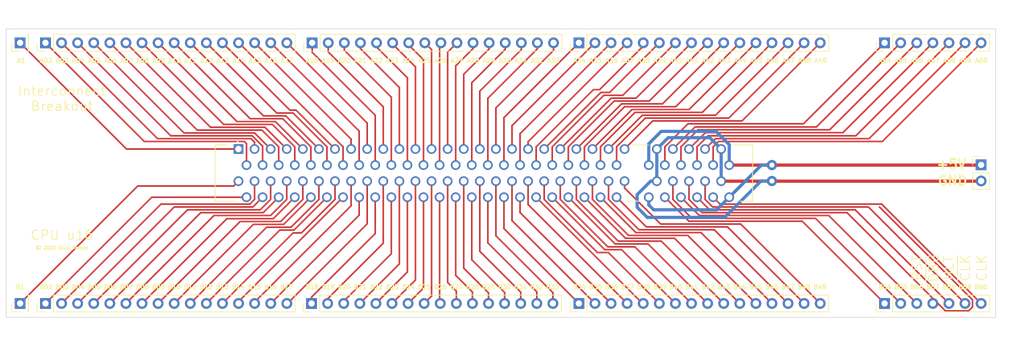
<source format=kicad_pcb>
(kicad_pcb (version 20211014) (generator pcbnew)
  (layers (0 "F.Cu" signal) (31 "B.Cu" signal) (34 "B.Paste" user) (35 "F.Paste" user) (36 "B.SilkS" user "B.Silkscreen") (37 "F.SilkS" user "F.Silkscreen") (38 "B.Mask" user) (39 "F.Mask" user) (44 "Edge.Cuts" user))
  (net 0 "")
  (net 1 "+5V")
  (net 2 "GND")
  (net 3 "/B40")
  (net 4 "/B39")
  (net 5 "/B38")
  (net 6 "/B37")
  (net 7 "/B36")
  (net 8 "/B35")
  (net 9 "/B34")
  (net 10 "/B33")
  (net 11 "/B32")
  (net 12 "/B31")
  (net 13 "/B30")
  (net 14 "/B29")
  (net 15 "/B28")
  (net 16 "/B27")
  (net 17 "/B26")
  (net 18 "/B25")
  (net 19 "/B24")
  (net 20 "/B23")
  (net 21 "/B22")
  (net 22 "/B21")
  (net 23 "/B20")
  (net 24 "/B19")
  (net 25 "/B18")
  (net 26 "/B17")
  (net 27 "/B16")
  (net 28 "/B15")
  (net 29 "/B14")
  (net 30 "/B13")
  (net 31 "/B12")
  (net 32 "/B11")
  (net 33 "/B10")
  (net 34 "/B9")
  (net 35 "/B8")
  (net 36 "/B7")
  (net 37 "/B6")
  (net 38 "/B5")
  (net 39 "/B4")
  (net 40 "/B3")
  (net 41 "/B2")
  (net 42 "/B1")
  (net 43 "/A1")
  (net 44 "/A2")
  (net 45 "/A3")
  (net 46 "/A4")
  (net 47 "/A5")
  (net 48 "/A6")
  (net 49 "/A7")
  (net 50 "/A8")
  (net 51 "/A9")
  (net 52 "/A10")
  (net 53 "/A11")
  (net 54 "/A12")
  (net 55 "/A13")
  (net 56 "/A14")
  (net 57 "/A15")
  (net 58 "/A16")
  (net 59 "/A17")
  (net 60 "/A18")
  (net 61 "/A19")
  (net 62 "/A20")
  (net 63 "/A21")
  (net 64 "/A22")
  (net 65 "/A23")
  (net 66 "/A24")
  (net 67 "/A25")
  (net 68 "/A26")
  (net 69 "/A27")
  (net 70 "/A28")
  (net 71 "/A29")
  (net 72 "/A30")
  (net 73 "/A31")
  (net 74 "/A32")
  (net 75 "/A33")
  (net 76 "/A34")
  (net 77 "/A35")
  (net 78 "/A36")
  (net 79 "/A37")
  (net 80 "/A38")
  (net 81 "/A39")
  (net 82 "/A40")
  (net 83 "/B41")
  (net 84 "/B42")
  (net 85 "/B43")
  (net 86 "/B44")
  (net 87 "/B45")
  (net 88 "/B46")
  (net 89 "/B47")
  (net 90 "/B48")
  (net 91 "/B49")
  (net 92 "/B54")
  (net 93 "/B55")
  (net 94 "/RST")
  (net 95 "/DBG")
  (net 96 "/HLT")
  (net 97 "/~{CLK}")
  (net 98 "/CLK")
  (net 99 "/A41")
  (net 100 "/A42")
  (net 101 "/A43")
  (net 102 "/A44")
  (net 103 "/A45")
  (net 104 "/A46")
  (net 105 "/A47")
  (net 106 "/A48")
  (net 107 "/A49")
  (net 108 "/A54")
  (net 109 "/A55")
  (net 110 "/A56")
  (net 111 "/A57")
  (net 112 "/A58")
  (net 113 "/A59")
  (net 114 "/A60")
  (footprint "Connector_PinHeader_2.54mm:PinHeader_1x07_P2.54mm_Vertical" (layer "F.Cu") (at 211.86 117.4 90)
    (fp_text reference "J11")
    (fp_text value "Conn_01x07_Male")
  )
  (footprint "Connector_PinHeader_2.54mm:PinHeader_1x02_P2.54mm_Vertical" (layer "F.Cu") (at 227.1 95.5)
    (fp_text reference "J3")
    (fp_text value "Conn_01x02_Male")
  )
  (footprint "Connector_PinHeader_2.54mm:PinHeader_1x07_P2.54mm_Vertical" (layer "F.Cu") (at 211.86 76.2 90)
    (fp_text reference "J12")
    (fp_text value "Conn_01x07_Male")
  )
  (footprint "Connector_PinHeader_2.54mm:PinHeader_1x01_P2.54mm_Vertical" (layer "F.Cu") (at 75.4 117.4 90)
    (fp_text reference "J1")
    (fp_text value "Conn_01x01_Male")
  )
  (footprint "Connector_PinHeader_2.54mm:PinHeader_1x01_P2.54mm_Vertical" (layer "F.Cu") (at 75.4 76.2 90)
    (fp_text reference "J2")
    (fp_text value "Conn_01x01_Male")
  )
  (footprint "Connector_PinHeader_2.54mm:PinHeader_1x16_P2.54mm_Vertical" (layer "F.Cu") (at 79.4 117.4 90)
    (fp_text reference "J4")
    (fp_text value "Conn_01x16_Male")
  )
  (footprint "Connector_PinHeader_2.54mm:PinHeader_1x16_P2.54mm_Vertical" (layer "F.Cu") (at 121.4 117.4 90)
    (fp_text reference "J6")
    (fp_text value "Conn_01x16_Male")
  )
  (footprint "Connector_PinHeader_2.54mm:PinHeader_1x16_P2.54mm_Vertical" (layer "F.Cu") (at 121.5 76.2 90)
    (fp_text reference "J7")
    (fp_text value "Conn_01x16_Male")
  )
  (footprint "Connector_PinHeader_2.54mm:PinHeader_1x16_P2.54mm_Vertical" (layer "F.Cu") (at 163.6 117.4 90)
    (fp_text reference "J9")
    (fp_text value "Conn_01x16_Male")
  )
  (footprint "Connector_PinHeader_2.54mm:PinHeader_1x16_P2.54mm_Vertical" (layer "F.Cu") (at 163.6 76.2 90)
    (fp_text reference "J10")
    (fp_text value "Conn_01x16_Male")
  )
  (footprint "Connector_PinHeader_2.54mm:PinHeader_1x16_P2.54mm_Vertical" (layer "F.Cu") (at 79.4 76.2 90)
    (fp_text reference "J5")
    (fp_text value "Conn_01x16_Male")
  )
  (footprint "TE-PCI-32bit:TE_1-5145154-2" (layer "F.Cu") (at 148.6 96.8 180)
    (fp_text reference "J8")
    (fp_text value "Bus_PCI_32bit_5V")
  )
  (gr_line (start 73.2 119.6) (end 73.2 74) (layer "Edge.Cuts") (width 0.1))
  (gr_line (start 229.4 74) (end 229.4 119.6) (layer "Edge.Cuts") (width 0.1))
  (gr_line (start 73.2 74) (end 229.4 74) (layer "Edge.Cuts") (width 0.1))
  (gr_line (start 229.4 119.6) (end 73.2 119.6) (layer "Edge.Cuts") (width 0.1))
  (gr_text "A1" (at 74.8 79) (layer "F.SilkS") (effects (font (size 0.74 0.74)) (justify left)))
  (gr_text "A18 A19 A20 A21 A22 A23 A24 A25 A26 A27 A28 A29 A30 A31 A32 A33" (at 120.4 79) (layer "F.SilkS") (effects (font (size 0.72 0.72)) (justify left)))
  (gr_text "A02 A03 A04 A05 A06 A07 A08 A09 A10 A11 A12 A13 A14 A15 A16 A17" (at 78.4 79) (layer "F.SilkS") (effects (font (size 0.72 0.72)) (justify left)))
  (gr_text "A34 A35 A36 A37 A38 A39 A40 A41 A42 A43 A44 A45 A46 A47 A48 A49" (at 162.6 79) (layer "F.SilkS") (effects (font (size 0.72 0.72)) (justify left)))
  (gr_text "A54 A55 A56 A57 A58 A59 A60" (at 210.8 79) (layer "F.SilkS") (effects (font (size 0.72 0.72)) (justify left)))
  (gr_text "B54 B55 B56 B57 B58 B59 B60" (at 210.8 114.8) (layer "F.SilkS") (effects (font (size 0.72 0.69)) (justify left)))
  (gr_text "B02 B03 B04 B05 B06 B07 B08 B09 B10 B11 B12 B13 B14 B15 B16 B17" (at 78.4 114.8) (layer "F.SilkS") (effects (font (size 0.72 0.69)) (justify left)))
  (gr_text "B1" (at 74.6 114.8) (layer "F.SilkS") (effects (font (size 0.74 0.69)) (justify left)))
  (gr_text "CLK" (at 227.2 111.8 90) (layer "F.SilkS") (effects (font (size 1.5 1.5))))
  (gr_text "RST" (at 217 111.8 90) (layer "F.SilkS") (effects (font (size 1.5 1.5))))
  (gr_text "~{DBG}" (at 219.6 111.8 90) (layer "F.SilkS") (effects (font (size 1.5 1.5))))
  (gr_text "~{CLK}" (at 224.6 111.8 90) (layer "F.SilkS") (effects (font (size 1.5 1.5))))
  (gr_text "HLT" (at 222 111.8 90) (layer "F.SilkS") (effects (font (size 1.5 1.5))))
  (gr_text "B18 B19 B20 B21 B22 B23 B24 B25 B26 B27 B28 B29 B30 B31 B32 B33" (at 120.4 114.8) (layer "F.SilkS") (effects (font (size 0.72 0.69)) (justify left)))
  (gr_text "GND" (at 222.6 98) (layer "F.SilkS") (effects (font (size 1.5 1.5) (thickness 0.3))))
  (gr_text "Interconnect\nBreakout" (at 82 85) (layer "F.SilkS") (effects (font (size 1.5 1.5))))
  (gr_text "© 2020 Chad Rempp" (at 82 108.6) (layer "F.SilkS") (effects (font (size 0.5 0.5) (thickness 0.125))))
  (gr_text "+5V" (at 222.4 95.4) (layer "F.SilkS") (effects (font (size 1.5 1.5) (thickness 0.3))))
  (gr_text "B34 B35 B36 B37 B38 B39 B40 B41 B42 B43 B44 B45 B46 B47 B48 B49" (at 162.6 114.8) (layer "F.SilkS") (effects (font (size 0.72 0.69)) (justify left)))
  (gr_text "CPU u16" (at 82 106.6) (layer "F.SilkS") (effects (font (size 1.5 1.5))))
  (segment (start 194.07 95.53) (end 227.07 95.53) (width 0.5) (layer "F.Cu") (net 1))
  (segment (start 227.07 95.53) (end 227.1 95.5) (width 0.5) (layer "F.Cu") (net 1))
  (segment (start 187.335 95.53) (end 194.07 95.53) (width 0.5) (layer "F.Cu") (net 1))
  (via (at 194.07 95.53) (size 1.6) (drill 0.8) (layers "F.Cu" "B.Cu") (net 1))
  (segment (start 174.635 95.53) (end 174.635 92.165) (width 0.5) (layer "B.Cu") (net 1))
  (segment (start 192.415 95.53) (end 194.07 95.53) (width 0.5) (layer "B.Cu") (net 1))
  (segment (start 174.635 100.61) (end 174.635 101.835) (width 0.5) (layer "B.Cu") (net 1))
  (segment (start 175.4 102.6) (end 185.345 102.6) (width 0.5) (layer "B.Cu") (net 1))
  (segment (start 187.335 100.61) (end 192.415 95.53) (width 0.5) (layer "B.Cu") (net 1))
  (segment (start 176.6 90.2) (end 185.236601 90.2) (width 0.5) (layer "B.Cu") (net 1))
  (segment (start 174.635 101.835) (end 175.4 102.6) (width 0.5) (layer "B.Cu") (net 1))
  (segment (start 185.345 102.6) (end 187.335 100.61) (width 0.5) (layer "B.Cu") (net 1))
  (segment (start 187.335 92.298399) (end 187.335 95.53) (width 0.5) (layer "B.Cu") (net 1))
  (segment (start 174.635 92.165) (end 176.6 90.2) (width 0.5) (layer "B.Cu") (net 1))
  (segment (start 185.236601 90.2) (end 187.335 92.298399) (width 0.5) (layer "B.Cu") (net 1))
  (segment (start 194.13 98.07) (end 227.07 98.07) (width 0.5) (layer "F.Cu") (net 2))
  (segment (start 186.065 98.07) (end 194.13 98.07) (width 0.5) (layer "F.Cu") (net 2))
  (segment (start 227.07 98.07) (end 227.1 98.04) (width 0.5) (layer "F.Cu") (net 2))
  (via (at 194.07 98.05) (size 1.6) (drill 0.8) (layers "F.Cu" "B.Cu") (net 2))
  (segment (start 174.93 98.07) (end 172.8 100.2) (width 0.5) (layer "B.Cu") (net 2))
  (segment (start 177.695 91.2) (end 184.275 91.2) (width 0.5) (layer "B.Cu") (net 2))
  (segment (start 186.065 92.99) (end 186.065 98.07) (width 0.5) (layer "B.Cu") (net 2))
  (segment (start 175.905 98.07) (end 174.93 98.07) (width 0.5) (layer "B.Cu") (net 2))
  (segment (start 174.4 103.8) (end 186.6 103.8) (width 0.5) (layer "B.Cu") (net 2))
  (segment (start 186.6 103.8) (end 192.35 98.05) (width 0.5) (layer "B.Cu") (net 2))
  (segment (start 172.8 102.2) (end 174.4 103.8) (width 0.5) (layer "B.Cu") (net 2))
  (segment (start 175.905 92.99) (end 175.905 98.07) (width 0.5) (layer "B.Cu") (net 2))
  (segment (start 172.8 100.2) (end 172.8 102.2) (width 0.5) (layer "B.Cu") (net 2))
  (segment (start 175.905 92.99) (end 177.695 91.2) (width 0.5) (layer "B.Cu") (net 2))
  (segment (start 192.35 98.05) (end 194.07 98.05) (width 0.5) (layer "B.Cu") (net 2))
  (segment (start 184.275 91.2) (end 186.065 92.99) (width 0.5) (layer "B.Cu") (net 2))
  (segment (start 167.685161 108.900161) (end 170.340161 108.900161) (width 0.25) (layer "F.Cu") (net 3))
  (segment (start 170.340161 108.900161) (end 178.84 117.4) (width 0.25) (layer "F.Cu") (net 3))
  (segment (start 159.395 100.61) (end 167.685161 108.900161) (width 0.25) (layer "F.Cu") (net 3))
  (segment (start 166.521969 109.350171) (end 168.250171 109.350171) (width 0.25) (layer "F.Cu") (net 4))
  (segment (start 158.125 98.07) (end 158.125 100.953202) (width 0.25) (layer "F.Cu") (net 4))
  (segment (start 158.125 100.953202) (end 166.521969 109.350171) (width 0.25) (layer "F.Cu") (net 4))
  (segment (start 168.250171 109.350171) (end 176.3 117.4) (width 0.25) (layer "F.Cu") (net 4))
  (segment (start 173.645 117.4) (end 173.76 117.4) (width 0.25) (layer "F.Cu") (net 5))
  (segment (start 156.855 100.61) (end 173.645 117.4) (width 0.25) (layer "F.Cu") (net 5))
  (segment (start 155.585 98.07) (end 155.585 101.765) (width 0.25) (layer "F.Cu") (net 6))
  (segment (start 155.585 101.765) (end 171.22 117.4) (width 0.25) (layer "F.Cu") (net 6))
  (segment (start 154.315 103.035) (end 168.68 117.4) (width 0.25) (layer "F.Cu") (net 7))
  (segment (start 154.315 100.61) (end 154.315 103.035) (width 0.25) (layer "F.Cu") (net 7))
  (segment (start 153.045 104.305) (end 166.14 117.4) (width 0.25) (layer "F.Cu") (net 8))
  (segment (start 153.045 98.07) (end 153.045 104.305) (width 0.25) (layer "F.Cu") (net 8))
  (segment (start 151.775 105.575) (end 163.6 117.4) (width 0.25) (layer "F.Cu") (net 9))
  (segment (start 151.775 100.61) (end 151.775 105.575) (width 0.25) (layer "F.Cu") (net 9))
  (segment (start 150.505 98.07) (end 150.505 106.705) (width 0.25) (layer "F.Cu") (net 10))
  (segment (start 159.5 115.7) (end 159.5 117.4) (width 0.25) (layer "F.Cu") (net 10))
  (segment (start 150.505 106.705) (end 159.5 115.7) (width 0.25) (layer "F.Cu") (net 10))
  (segment (start 156.96 115.56) (end 156.96 117.4) (width 0.25) (layer "F.Cu") (net 11))
  (segment (start 149.235 100.61) (end 149.235 107.835) (width 0.25) (layer "F.Cu") (net 11))
  (segment (start 149.235 107.835) (end 156.96 115.56) (width 0.25) (layer "F.Cu") (net 11))
  (segment (start 147.965 98.07) (end 147.965 109.165) (width 0.25) (layer "F.Cu") (net 12))
  (segment (start 154.42 115.62) (end 154.42 117.4) (width 0.25) (layer "F.Cu") (net 12))
  (segment (start 147.965 109.165) (end 154.42 115.62) (width 0.25) (layer "F.Cu") (net 12))
  (segment (start 146.695 100.61) (end 146.695 110.495) (width 0.25) (layer "F.Cu") (net 13))
  (segment (start 146.695 110.495) (end 151.88 115.68) (width 0.25) (layer "F.Cu") (net 13))
  (segment (start 151.88 115.68) (end 151.88 117.4) (width 0.25) (layer "F.Cu") (net 13))
  (segment (start 149.34 115.74) (end 149.34 117.4) (width 0.25) (layer "F.Cu") (net 14))
  (segment (start 145.425 98.07) (end 145.425 111.825) (width 0.25) (layer "F.Cu") (net 14))
  (segment (start 145.425 111.825) (end 149.34 115.74) (width 0.25) (layer "F.Cu") (net 14))
  (segment (start 146.8 115.6) (end 146.8 117.4) (width 0.25) (layer "F.Cu") (net 15))
  (segment (start 144.155 100.61) (end 144.155 112.955) (width 0.25) (layer "F.Cu") (net 15))
  (segment (start 144.155 112.955) (end 146.8 115.6) (width 0.25) (layer "F.Cu") (net 15))
  (segment (start 142.885 114.085) (end 144.26 115.46) (width 0.25) (layer "F.Cu") (net 16))
  (segment (start 142.885 98.07) (end 142.885 114.085) (width 0.25) (layer "F.Cu") (net 16))
  (segment (start 144.26 115.46) (end 144.26 117.4) (width 0.25) (layer "F.Cu") (net 16))
  (segment (start 141.615 117.295) (end 141.72 117.4) (width 0.25) (layer "F.Cu") (net 17))
  (segment (start 141.615 100.61) (end 141.615 117.295) (width 0.25) (layer "F.Cu") (net 17))
  (segment (start 140.345 98.07) (end 140.345 116.235) (width 0.25) (layer "F.Cu") (net 18))
  (segment (start 140.345 116.235) (end 139.18 117.4) (width 0.25) (layer "F.Cu") (net 18))
  (segment (start 139.075 100.61) (end 139.075 114.965) (width 0.25) (layer "F.Cu") (net 19))
  (segment (start 139.075 114.965) (end 136.64 117.4) (width 0.25) (layer "F.Cu") (net 19))
  (segment (start 137.805 113.695) (end 134.1 117.4) (width 0.25) (layer "F.Cu") (net 20))
  (segment (start 137.805 98.07) (end 137.805 113.695) (width 0.25) (layer "F.Cu") (net 20))
  (segment (start 136.535 112.425) (end 131.56 117.4) (width 0.25) (layer "F.Cu") (net 21))
  (segment (start 136.535 100.61) (end 136.535 112.425) (width 0.25) (layer "F.Cu") (net 21))
  (segment (start 135.265 111.155) (end 129.02 117.4) (width 0.25) (layer "F.Cu") (net 22))
  (segment (start 135.265 98.07) (end 135.265 111.155) (width 0.25) (layer "F.Cu") (net 22))
  (segment (start 133.995 109.545) (end 126.48 117.06) (width 0.25) (layer "F.Cu") (net 23))
  (segment (start 126.48 117.06) (end 126.48 117.4) (width 0.25) (layer "F.Cu") (net 23))
  (segment (start 133.995 100.61) (end 133.995 109.545) (width 0.25) (layer "F.Cu") (net 23))
  (segment (start 132.725 98.07) (end 132.725 107.875) (width 0.25) (layer "F.Cu") (net 24))
  (segment (start 132.725 107.875) (end 123.94 116.66) (width 0.25) (layer "F.Cu") (net 24))
  (segment (start 123.94 116.66) (end 123.94 117.4) (width 0.25) (layer "F.Cu") (net 24))
  (segment (start 131.455 106.345) (end 121.4 116.4) (width 0.25) (layer "F.Cu") (net 25))
  (segment (start 121.4 116.4) (end 121.4 117.4) (width 0.25) (layer "F.Cu") (net 25))
  (segment (start 131.455 100.61) (end 131.455 106.345) (width 0.25) (layer "F.Cu") (net 25))
  (segment (start 117.6 117.4) (end 117.5 117.4) (width 0.25) (layer "F.Cu") (net 26))
  (segment (start 130.185 98.07) (end 130.185 104.815) (width 0.25) (layer "F.Cu") (net 26))
  (segment (start 130.185 104.815) (end 117.6 117.4) (width 0.25) (layer "F.Cu") (net 26))
  (segment (start 128.915 103.445) (end 114.96 117.4) (width 0.25) (layer "F.Cu") (net 27))
  (segment (start 128.915 100.61) (end 128.915 103.445) (width 0.25) (layer "F.Cu") (net 27))
  (segment (start 127.645 101.955) (end 112.42 117.18) (width 0.25) (layer "F.Cu") (net 28))
  (segment (start 112.42 117.18) (end 112.42 117.4) (width 0.25) (layer "F.Cu") (net 28))
  (segment (start 127.645 98.07) (end 127.645 101.955) (width 0.25) (layer "F.Cu") (net 28))
  (segment (start 109.88 117.105) (end 109.88 117.4) (width 0.25) (layer "F.Cu") (net 29))
  (segment (start 126.375 100.61) (end 109.88 117.105) (width 0.25) (layer "F.Cu") (net 29))
  (segment (start 119.808152 106.25005) (end 118.48995 106.25005) (width 0.25) (layer "F.Cu") (net 30))
  (segment (start 125.105 98.07) (end 125.105 100.953202) (width 0.25) (layer "F.Cu") (net 30))
  (segment (start 118.48995 106.25005) (end 107.34 117.4) (width 0.25) (layer "F.Cu") (net 30))
  (segment (start 125.105 100.953202) (end 119.808152 106.25005) (width 0.25) (layer "F.Cu") (net 30))
  (segment (start 118.64496 105.80004) (end 116.39996 105.80004) (width 0.25) (layer "F.Cu") (net 31))
  (segment (start 116.39996 105.80004) (end 104.8 117.4) (width 0.25) (layer "F.Cu") (net 31))
  (segment (start 123.835 100.61) (end 118.64496 105.80004) (width 0.25) (layer "F.Cu") (net 31))
  (segment (start 122.565 98.07) (end 122.565 100.953202) (width 0.25) (layer "F.Cu") (net 32))
  (segment (start 122.565 100.953202) (end 118.168172 105.35003) (width 0.25) (layer "F.Cu") (net 32))
  (segment (start 114.30997 105.35003) (end 102.26 117.4) (width 0.25) (layer "F.Cu") (net 32))
  (segment (start 118.168172 105.35003) (end 114.30997 105.35003) (width 0.25) (layer "F.Cu") (net 32))
  (segment (start 121.295 100.61) (end 117.00498 104.90002) (width 0.25) (layer "F.Cu") (net 33))
  (segment (start 112.21998 104.90002) (end 99.72 117.4) (width 0.25) (layer "F.Cu") (net 33))
  (segment (start 117.00498 104.90002) (end 112.21998 104.90002) (width 0.25) (layer "F.Cu") (net 33))
  (segment (start 120.025 98.07) (end 120.025 100.953202) (width 0.25) (layer "F.Cu") (net 34))
  (segment (start 120.025 100.953202) (end 116.528192 104.45001) (width 0.25) (layer "F.Cu") (net 34))
  (segment (start 116.528192 104.45001) (end 110.12999 104.45001) (width 0.25) (layer "F.Cu") (net 34))
  (segment (start 110.12999 104.45001) (end 97.18 117.4) (width 0.25) (layer "F.Cu") (net 34))
  (segment (start 118.755 100.61) (end 115.365 104) (width 0.25) (layer "F.Cu") (net 35))
  (segment (start 115.365 104) (end 108.04 104) (width 0.25) (layer "F.Cu") (net 35))
  (segment (start 108.04 104) (end 94.64 117.4) (width 0.25) (layer "F.Cu") (net 35))
  (segment (start 105.999959 103.500041) (end 92.1 117.4) (width 0.25) (layer "F.Cu") (net 36))
  (segment (start 117.485 98.07) (end 117.485 100.953202) (width 0.25) (layer "F.Cu") (net 36))
  (segment (start 114.938161 103.500041) (end 105.999959 103.500041) (width 0.25) (layer "F.Cu") (net 36))
  (segment (start 117.485 100.953202) (end 114.938161 103.500041) (width 0.25) (layer "F.Cu") (net 36))
  (segment (start 103.909969 103.050031) (end 89.56 117.4) (width 0.25) (layer "F.Cu") (net 37))
  (segment (start 116.215 100.61) (end 113.774969 103.050031) (width 0.25) (layer "F.Cu") (net 37))
  (segment (start 113.774969 103.050031) (end 103.909969 103.050031) (width 0.25) (layer "F.Cu") (net 37))
  (segment (start 101.819979 102.600021) (end 87.02 117.4) (width 0.25) (layer "F.Cu") (net 38))
  (segment (start 114.945 100.953202) (end 113.298181 102.600021) (width 0.25) (layer "F.Cu") (net 38))
  (segment (start 113.298181 102.600021) (end 101.819979 102.600021) (width 0.25) (layer "F.Cu") (net 38))
  (segment (start 114.945 98.07) (end 114.945 100.953202) (width 0.25) (layer "F.Cu") (net 38))
  (segment (start 112.134989 102.150011) (end 99.729989 102.150011) (width 0.25) (layer "F.Cu") (net 39))
  (segment (start 99.729989 102.150011) (end 84.48 117.4) (width 0.25) (layer "F.Cu") (net 39))
  (segment (start 113.675 100.61) (end 112.134989 102.150011) (width 0.25) (layer "F.Cu") (net 39))
  (segment (start 112.405 98.07) (end 112.405 100.953202) (width 0.25) (layer "F.Cu") (net 40))
  (segment (start 112.405 100.953202) (end 111.658201 101.700001) (width 0.25) (layer "F.Cu") (net 40))
  (segment (start 97.639999 101.700001) (end 81.94 117.4) (width 0.25) (layer "F.Cu") (net 40))
  (segment (start 111.658201 101.700001) (end 97.639999 101.700001) (width 0.25) (layer "F.Cu") (net 40))
  (segment (start 111.135 100.61) (end 96.19 100.61) (width 0.25) (layer "F.Cu") (net 41))
  (segment (start 96.19 100.61) (end 79.4 117.4) (width 0.25) (layer "F.Cu") (net 41))
  (segment (start 109.100001 98.834999) (end 93.965001 98.834999) (width 0.25) (layer "F.Cu") (net 42))
  (segment (start 109.865 98.07) (end 109.100001 98.834999) (width 0.25) (layer "F.Cu") (net 42))
  (segment (start 93.965001 98.834999) (end 75.4 117.4) (width 0.25) (layer "F.Cu") (net 42))
  (segment (start 92.19 92.99) (end 75.4 76.2) (width 0.25) (layer "F.Cu") (net 43))
  (segment (start 109.865 92.99) (end 92.19 92.99) (width 0.25) (layer "F.Cu") (net 43))
  (segment (start 95 91.8) (end 79.4 76.2) (width 0.25) (layer "F.Cu") (net 44))
  (segment (start 111.135 92.144998) (end 110.790002 91.8) (width 0.25) (layer "F.Cu") (net 44))
  (segment (start 110.790002 91.8) (end 95 91.8) (width 0.25) (layer "F.Cu") (net 44))
  (segment (start 111.135 95.53) (end 111.135 92.144998) (width 0.25) (layer "F.Cu") (net 44))
  (segment (start 112.405 92.99) (end 112.405 91.908127) (width 0.25) (layer "F.Cu") (net 45))
  (segment (start 112.405 91.908127) (end 111.846863 91.34999) (width 0.25) (layer "F.Cu") (net 45))
  (segment (start 111.846863 91.34999) (end 97.08999 91.34999) (width 0.25) (layer "F.Cu") (net 45))
  (segment (start 97.08999 91.34999) (end 81.94 76.2) (width 0.25) (layer "F.Cu") (net 45))
  (segment (start 99.17998 90.89998) (end 84.48 76.2) (width 0.25) (layer "F.Cu") (net 46))
  (segment (start 113.675 95.53) (end 113.675 92.541717) (width 0.25) (layer "F.Cu") (net 46))
  (segment (start 112.033263 90.89998) (end 99.17998 90.89998) (width 0.25) (layer "F.Cu") (net 46))
  (segment (start 113.675 92.541717) (end 112.033263 90.89998) (width 0.25) (layer "F.Cu") (net 46))
  (segment (start 114.945 92.99) (end 112.40497 90.44997) (width 0.25) (layer "F.Cu") (net 47))
  (segment (start 101.26997 90.44997) (end 87.02 76.2) (width 0.25) (layer "F.Cu") (net 47))
  (segment (start 112.40497 90.44997) (end 101.26997 90.44997) (width 0.25) (layer "F.Cu") (net 47))
  (segment (start 103.35996 89.99996) (end 89.56 76.2) (width 0.25) (layer "F.Cu") (net 48))
  (segment (start 116.215 92.646798) (end 113.568162 89.99996) (width 0.25) (layer "F.Cu") (net 48))
  (segment (start 116.215 95.53) (end 116.215 92.646798) (width 0.25) (layer "F.Cu") (net 48))
  (segment (start 113.568162 89.99996) (end 103.35996 89.99996) (width 0.25) (layer "F.Cu") (net 48))
  (segment (start 105.44995 89.54995) (end 92.1 76.2) (width 0.25) (layer "F.Cu") (net 49))
  (segment (start 114.04495 89.54995) (end 105.44995 89.54995) (width 0.25) (layer "F.Cu") (net 49))
  (segment (start 117.485 92.99) (end 114.04495 89.54995) (width 0.25) (layer "F.Cu") (net 49))
  (segment (start 115.208142 89.09994) (end 107.53994 89.09994) (width 0.25) (layer "F.Cu") (net 50))
  (segment (start 118.755 92.646798) (end 115.208142 89.09994) (width 0.25) (layer "F.Cu") (net 50))
  (segment (start 107.53994 89.09994) (end 94.64 76.2) (width 0.25) (layer "F.Cu") (net 50))
  (segment (start 118.755 95.53) (end 118.755 92.646798) (width 0.25) (layer "F.Cu") (net 50))
  (segment (start 120.025 92.99) (end 115.68493 88.64993) (width 0.25) (layer "F.Cu") (net 51))
  (segment (start 109.62993 88.64993) (end 97.18 76.2) (width 0.25) (layer "F.Cu") (net 51))
  (segment (start 115.68493 88.64993) (end 109.62993 88.64993) (width 0.25) (layer "F.Cu") (net 51))
  (segment (start 111.71992 88.19992) (end 99.72 76.2) (width 0.25) (layer "F.Cu") (net 52))
  (segment (start 116.848122 88.19992) (end 111.71992 88.19992) (width 0.25) (layer "F.Cu") (net 52))
  (segment (start 121.295 95.53) (end 121.295 92.646798) (width 0.25) (layer "F.Cu") (net 52))
  (segment (start 121.295 92.646798) (end 116.848122 88.19992) (width 0.25) (layer "F.Cu") (net 52))
  (segment (start 122.565 92.99) (end 117.32491 87.74991) (width 0.25) (layer "F.Cu") (net 53))
  (segment (start 117.32491 87.74991) (end 113.80991 87.74991) (width 0.25) (layer "F.Cu") (net 53))
  (segment (start 113.80991 87.74991) (end 102.26 76.2) (width 0.25) (layer "F.Cu") (net 53))
  (segment (start 118.488102 87.2999) (end 115.8999 87.2999) (width 0.25) (layer "F.Cu") (net 54))
  (segment (start 115.8999 87.2999) (end 104.8 76.2) (width 0.25) (layer "F.Cu") (net 54))
  (segment (start 123.835 95.53) (end 123.835 92.646798) (width 0.25) (layer "F.Cu") (net 54))
  (segment (start 123.835 92.646798) (end 118.488102 87.2999) (width 0.25) (layer "F.Cu") (net 54))
  (segment (start 125.105 92.99) (end 118.96489 86.84989) (width 0.25) (layer "F.Cu") (net 55))
  (segment (start 117.98989 86.84989) (end 107.34 76.2) (width 0.25) (layer "F.Cu") (net 55))
  (segment (start 118.96489 86.84989) (end 117.98989 86.84989) (width 0.25) (layer "F.Cu") (net 55))
  (segment (start 126.375 95.53) (end 126.375 92.646798) (width 0.25) (layer "F.Cu") (net 56))
  (segment (start 126.375 92.646798) (end 109.928202 76.2) (width 0.25) (layer "F.Cu") (net 56))
  (segment (start 109.928202 76.2) (end 109.88 76.2) (width 0.25) (layer "F.Cu") (net 56))
  (segment (start 127.645 92.99) (end 127.645 91.425) (width 0.25) (layer "F.Cu") (net 57))
  (segment (start 127.645 91.425) (end 112.42 76.2) (width 0.25) (layer "F.Cu") (net 57))
  (segment (start 128.915 95.53) (end 128.915 90.155) (width 0.25) (layer "F.Cu") (net 58))
  (segment (start 128.915 90.155) (end 114.96 76.2) (width 0.25) (layer "F.Cu") (net 58))
  (segment (start 130.185 88.885) (end 117.5 76.2) (width 0.25) (layer "F.Cu") (net 59))
  (segment (start 130.185 92.99) (end 130.185 88.885) (width 0.25) (layer "F.Cu") (net 59))
  (segment (start 131.455 95.53) (end 131.455 87.655) (width 0.25) (layer "F.Cu") (net 60))
  (segment (start 131.455 87.655) (end 121.5 77.7) (width 0.25) (layer "F.Cu") (net 60))
  (segment (start 121.5 77.7) (end 121.5 76.2) (width 0.25) (layer "F.Cu") (net 60))
  (segment (start 124.04 77.64) (end 124.04 76.2) (width 0.25) (layer "F.Cu") (net 61))
  (segment (start 132.725 86.325) (end 124.04 77.64) (width 0.25) (layer "F.Cu") (net 61))
  (segment (start 132.725 92.99) (end 132.725 86.325) (width 0.25) (layer "F.Cu") (net 61))
  (segment (start 126.58 77.38) (end 126.58 76.2) (width 0.25) (layer "F.Cu") (net 62))
  (segment (start 133.995 84.795) (end 126.58 77.38) (width 0.25) (layer "F.Cu") (net 62))
  (segment (start 133.995 95.53) (end 133.995 84.795) (width 0.25) (layer "F.Cu") (net 62))
  (segment (start 135.265 83.265) (end 129.12 77.12) (width 0.25) (layer "F.Cu") (net 63))
  (segment (start 135.265 92.99) (end 135.265 83.265) (width 0.25) (layer "F.Cu") (net 63))
  (segment (start 129.12 77.12) (end 129.12 76.2) (width 0.25) (layer "F.Cu") (net 63))
  (segment (start 131.66 76.86) (end 131.66 76.2) (width 0.25) (layer "F.Cu") (net 64))
  (segment (start 136.535 81.735) (end 131.66 76.86) (width 0.25) (layer "F.Cu") (net 64))
  (segment (start 136.535 95.53) (end 136.535 81.735) (width 0.25) (layer "F.Cu") (net 64))
  (segment (start 137.805 92.99) (end 137.805 80.005) (width 0.25) (layer "F.Cu") (net 65))
  (segment (start 137.805 80.005) (end 134.2 76.4) (width 0.25) (layer "F.Cu") (net 65))
  (segment (start 134.2 76.4) (end 134.2 76.2) (width 0.25) (layer "F.Cu") (net 65))
  (segment (start 136.74 76.54) (end 136.74 76.2) (width 0.25) (layer "F.Cu") (net 66))
  (segment (start 139.075 78.875) (end 136.74 76.54) (width 0.25) (layer "F.Cu") (net 66))
  (segment (start 139.075 95.53) (end 139.075 78.875) (width 0.25) (layer "F.Cu") (net 66))
  (segment (start 140.345 92.99) (end 140.345 77.265) (width 0.25) (layer "F.Cu") (net 67))
  (segment (start 140.345 77.265) (end 139.28 76.2) (width 0.25) (layer "F.Cu") (net 67))
  (segment (start 141.615 76.405) (end 141.82 76.2) (width 0.25) (layer "F.Cu") (net 68))
  (segment (start 141.615 95.53) (end 141.615 76.405) (width 0.25) (layer "F.Cu") (net 68))
  (segment (start 142.885 77.675) (end 144.36 76.2) (width 0.25) (layer "F.Cu") (net 69))
  (segment (start 142.885 92.99) (end 142.885 77.675) (width 0.25) (layer "F.Cu") (net 69))
  (segment (start 146.9 77.1) (end 146.9 76.2) (width 0.25) (layer "F.Cu") (net 70))
  (segment (start 144.155 95.53) (end 144.155 79.845) (width 0.25) (layer "F.Cu") (net 70))
  (segment (start 144.155 79.845) (end 146.9 77.1) (width 0.25) (layer "F.Cu") (net 70))
  (segment (start 149.44 77.16) (end 149.44 76.2) (width 0.25) (layer "F.Cu") (net 71))
  (segment (start 145.425 81.175) (end 149.44 77.16) (width 0.25) (layer "F.Cu") (net 71))
  (segment (start 145.425 92.99) (end 145.425 81.175) (width 0.25) (layer "F.Cu") (net 71))
  (segment (start 151.98 77.22) (end 151.98 76.2) (width 0.25) (layer "F.Cu") (net 72))
  (segment (start 146.695 82.505) (end 151.98 77.22) (width 0.25) (layer "F.Cu") (net 72))
  (segment (start 146.695 95.53) (end 146.695 82.505) (width 0.25) (layer "F.Cu") (net 72))
  (segment (start 147.965 83.835) (end 154.52 77.28) (width 0.25) (layer "F.Cu") (net 73))
  (segment (start 154.52 77.28) (end 154.52 76.2) (width 0.25) (layer "F.Cu") (net 73))
  (segment (start 147.965 92.99) (end 147.965 83.835) (width 0.25) (layer "F.Cu") (net 73))
  (segment (start 149.235 95.53) (end 149.235 84.965) (width 0.25) (layer "F.Cu") (net 74))
  (segment (start 157.06 77.14) (end 157.06 76.2) (width 0.25) (layer "F.Cu") (net 74))
  (segment (start 149.235 84.965) (end 157.06 77.14) (width 0.25) (layer "F.Cu") (net 74))
  (segment (start 150.505 92.99) (end 150.505 86.495) (width 0.25) (layer "F.Cu") (net 75))
  (segment (start 150.505 86.495) (end 159.6 77.4) (width 0.25) (layer "F.Cu") (net 75))
  (segment (start 159.6 77.4) (end 159.6 76.2) (width 0.25) (layer "F.Cu") (net 75))
  (segment (start 151.775 95.53) (end 151.775 88.025) (width 0.25) (layer "F.Cu") (net 76))
  (segment (start 151.775 88.025) (end 163.6 76.2) (width 0.25) (layer "F.Cu") (net 76))
  (segment (start 153.045 89.295) (end 166.14 76.2) (width 0.25) (layer "F.Cu") (net 77))
  (segment (start 153.045 92.99) (end 153.045 89.295) (width 0.25) (layer "F.Cu") (net 77))
  (segment (start 154.315 95.53) (end 154.315 90.565) (width 0.25) (layer "F.Cu") (net 78))
  (segment (start 154.315 90.565) (end 168.68 76.2) (width 0.25) (layer "F.Cu") (net 78))
  (segment (start 155.585 92.99) (end 155.585 91.835) (width 0.25) (layer "F.Cu") (net 79))
  (segment (start 155.585 91.835) (end 171.22 76.2) (width 0.25) (layer "F.Cu") (net 79))
  (segment (start 166.87859 83.6) (end 173.76 76.71859) (width 0.25) (layer "F.Cu") (net 80))
  (segment (start 165.901798 83.6) (end 166.87859 83.6) (width 0.25) (layer "F.Cu") (net 80))
  (segment (start 173.76 76.71859) (end 173.76 76.2) (width 0.25) (layer "F.Cu") (net 80))
  (segment (start 156.855 95.53) (end 156.855 92.646798) (width 0.25) (layer "F.Cu") (net 80))
  (segment (start 156.855 92.646798) (end 165.901798 83.6) (width 0.25) (layer "F.Cu") (net 80))
  (segment (start 168.45011 84.04989) (end 176.3 76.2) (width 0.25) (layer "F.Cu") (net 81))
  (segment (start 167.06511 84.04989) (end 168.45011 84.04989) (width 0.25) (layer "F.Cu") (net 81))
  (segment (start 158.125 92.99) (end 167.06511 84.04989) (width 0.25) (layer "F.Cu") (net 81))
  (segment (start 159.395 92.646798) (end 167.541898 84.4999) (width 0.25) (layer "F.Cu") (net 82))
  (segment (start 167.541898 84.4999) (end 170.5401 84.4999) (width 0.25) (layer "F.Cu") (net 82))
  (segment (start 170.5401 84.4999) (end 178.84 76.2) (width 0.25) (layer "F.Cu") (net 82))
  (segment (start 159.395 95.53) (end 159.395 92.646798) (width 0.25) (layer "F.Cu") (net 82))
  (segment (start 168.161949 108.450151) (end 172.430151 108.450151) (width 0.25) (layer "F.Cu") (net 83))
  (segment (start 160.665 98.07) (end 160.665 100.953202) (width 0.25) (layer "F.Cu") (net 83))
  (segment (start 172.430151 108.450151) (end 181.38 117.4) (width 0.25) (layer "F.Cu") (net 83))
  (segment (start 160.665 100.953202) (end 168.161949 108.450151) (width 0.25) (layer "F.Cu") (net 83))
  (segment (start 161.935 100.61) (end 169.325141 108.000141) (width 0.25) (layer "F.Cu") (net 84))
  (segment (start 169.325141 108.000141) (end 174.520141 108.000141) (width 0.25) (layer "F.Cu") (net 84))
  (segment (start 174.520141 108.000141) (end 183.92 117.4) (width 0.25) (layer "F.Cu") (net 84))
  (segment (start 163.205 100.953202) (end 169.801929 107.550131) (width 0.25) (layer "F.Cu") (net 85))
  (segment (start 169.801929 107.550131) (end 176.610131 107.550131) (width 0.25) (layer "F.Cu") (net 85))
  (segment (start 163.205 98.07) (end 163.205 100.953202) (width 0.25) (layer "F.Cu") (net 85))
  (segment (start 176.610131 107.550131) (end 186.46 117.4) (width 0.25) (layer "F.Cu") (net 85))
  (segment (start 164.475 100.61) (end 170.965121 107.100121) (width 0.25) (layer "F.Cu") (net 86))
  (segment (start 170.965121 107.100121) (end 178.700121 107.100121) (width 0.25) (layer "F.Cu") (net 86))
  (segment (start 178.700121 107.100121) (end 189 117.4) (width 0.25) (layer "F.Cu") (net 86))
  (segment (start 180.790111 106.650111) (end 191.54 117.4) (width 0.25) (layer "F.Cu") (net 87))
  (segment (start 171.441909 106.650111) (end 180.790111 106.650111) (width 0.25) (layer "F.Cu") (net 87))
  (segment (start 165.745 98.07) (end 165.745 100.953202) (width 0.25) (layer "F.Cu") (net 87))
  (segment (start 165.745 100.953202) (end 171.441909 106.650111) (width 0.25) (layer "F.Cu") (net 87))
  (segment (start 167.015 100.61) (end 172.605101 106.200101) (width 0.25) (layer "F.Cu") (net 88))
  (segment (start 182.880101 106.200101) (end 194.08 117.4) (width 0.25) (layer "F.Cu") (net 88))
  (segment (start 172.605101 106.200101) (end 182.880101 106.200101) (width 0.25) (layer "F.Cu") (net 88))
  (segment (start 173.081889 105.750091) (end 184.970091 105.750091) (width 0.25) (layer "F.Cu") (net 89))
  (segment (start 168.285 98.07) (end 168.285 100.953202) (width 0.25) (layer "F.Cu") (net 89))
  (segment (start 184.970091 105.750091) (end 196.62 117.4) (width 0.25) (layer "F.Cu") (net 89))
  (segment (start 168.285 100.953202) (end 173.081889 105.750091) (width 0.25) (layer "F.Cu") (net 89))
  (segment (start 169.555 100.61) (end 174.245081 105.300081) (width 0.25) (layer "F.Cu") (net 90))
  (segment (start 174.245081 105.300081) (end 187.060081 105.300081) (width 0.25) (layer "F.Cu") (net 90))
  (segment (start 187.060081 105.300081) (end 199.16 117.4) (width 0.25) (layer "F.Cu") (net 90))
  (segment (start 170.815 99.151873) (end 176.513198 104.850071) (width 0.25) (layer "F.Cu") (net 91))
  (segment (start 176.513198 104.850071) (end 189.150071 104.850071) (width 0.25) (layer "F.Cu") (net 91))
  (segment (start 170.815 98.07) (end 170.815 99.151873) (width 0.25) (layer "F.Cu") (net 91))
  (segment (start 189.150071 104.850071) (end 201.7 117.4) (width 0.25) (layer "F.Cu") (net 91))
  (segment (start 180.965061 104.400061) (end 198.860061 104.400061) (width 0.25) (layer "F.Cu") (net 92))
  (segment (start 198.860061 104.400061) (end 211.86 117.4) (width 0.25) (layer "F.Cu") (net 92))
  (segment (start 177.175 100.61) (end 180.965061 104.400061) (width 0.25) (layer "F.Cu") (net 92))
  (segment (start 178.445 98.07) (end 178.445 100.953202) (width 0.25) (layer "F.Cu") (net 93))
  (segment (start 200.950051 103.950051) (end 214.4 117.4) (width 0.25) (layer "F.Cu") (net 93))
  (segment (start 178.445 100.953202) (end 181.441849 103.950051) (width 0.25) (layer "F.Cu") (net 93))
  (segment (start 181.441849 103.950051) (end 200.950051 103.950051) (width 0.25) (layer "F.Cu") (net 93))
  (segment (start 203.040041 103.500041) (end 216.94 117.4) (width 0.25) (layer "F.Cu") (net 94))
  (segment (start 182.605041 103.500041) (end 203.040041 103.500041) (width 0.25) (layer "F.Cu") (net 94))
  (segment (start 179.715 100.61) (end 182.605041 103.500041) (width 0.25) (layer "F.Cu") (net 94))
  (segment (start 225.735001 117.964001) (end 225.735001 116.835999) (width 0.25) (layer "F.Cu") (net 95))
  (segment (start 225.124001 118.575001) (end 225.735001 117.964001) (width 0.25) (layer "F.Cu") (net 95))
  (segment (start 225.735001 116.835999) (end 211.049013 102.150011) (width 0.25) (layer "F.Cu") (net 95))
  (segment (start 221.455999 118.575001) (end 225.124001 118.575001) (width 0.25) (layer "F.Cu") (net 95))
  (segment (start 180.985 100.953202) (end 183.081829 103.050031) (width 0.25) (layer "F.Cu") (net 95))
  (segment (start 183.081829 103.050031) (end 205.931029 103.050031) (width 0.25) (layer "F.Cu") (net 95))
  (segment (start 205.931029 103.050031) (end 221.455999 118.575001) (width 0.25) (layer "F.Cu") (net 95))
  (segment (start 180.985 98.07) (end 180.985 100.953202) (width 0.25) (layer "F.Cu") (net 95))
  (segment (start 207.220021 102.600021) (end 222.02 117.4) (width 0.25) (layer "F.Cu") (net 96))
  (segment (start 182.255 100.61) (end 184.245021 102.600021) (width 0.25) (layer "F.Cu") (net 96))
  (segment (start 184.245021 102.600021) (end 207.220021 102.600021) (width 0.25) (layer "F.Cu") (net 96))
  (segment (start 183.525 98.07) (end 183.525 100.953202) (width 0.25) (layer "F.Cu") (net 97))
  (segment (start 209.310011 102.150011) (end 224.56 117.4) (width 0.25) (layer "F.Cu") (net 97))
  (segment (start 183.525 100.953202) (end 184.721809 102.150011) (width 0.25) (layer "F.Cu") (net 97))
  (segment (start 184.721809 102.150011) (end 209.310011 102.150011) (width 0.25) (layer "F.Cu") (net 97))
  (segment (start 185.885001 101.700001) (end 211.400001 101.700001) (width 0.25) (layer "F.Cu") (net 98))
  (segment (start 184.795 100.61) (end 185.885001 101.700001) (width 0.25) (layer "F.Cu") (net 98))
  (segment (start 211.400001 101.700001) (end 227.1 117.4) (width 0.25) (layer "F.Cu") (net 98))
  (segment (start 168.70509 84.94991) (end 172.63009 84.94991) (width 0.25) (layer "F.Cu") (net 99))
  (segment (start 172.63009 84.94991) (end 181.38 76.2) (width 0.25) (layer "F.Cu") (net 99))
  (segment (start 160.665 92.99) (end 168.70509 84.94991) (width 0.25) (layer "F.Cu") (net 99))
  (segment (start 174.72008 85.39992) (end 183.92 76.2) (width 0.25) (layer "F.Cu") (net 100))
  (segment (start 161.935 92.646798) (end 169.181878 85.39992) (width 0.25) (layer "F.Cu") (net 100))
  (segment (start 161.935 95.53) (end 161.935 92.646798) (width 0.25) (layer "F.Cu") (net 100))
  (segment (start 169.181878 85.39992) (end 174.72008 85.39992) (width 0.25) (layer "F.Cu") (net 100))
  (segment (start 176.81007 85.84993) (end 186.46 76.2) (width 0.25) (layer "F.Cu") (net 101))
  (segment (start 170.34507 85.84993) (end 176.81007 85.84993) (width 0.25) (layer "F.Cu") (net 101))
  (segment (start 163.205 92.99) (end 170.34507 85.84993) (width 0.25) (layer "F.Cu") (net 101))
  (segment (start 178.90006 86.29994) (end 189 76.2) (width 0.25) (layer "F.Cu") (net 102))
  (segment (start 164.475 95.53) (end 164.475 92.646798) (width 0.25) (layer "F.Cu") (net 102))
  (segment (start 164.475 92.646798) (end 170.821858 86.29994) (width 0.25) (layer "F.Cu") (net 102))
  (segment (start 170.821858 86.29994) (end 178.90006 86.29994) (width 0.25) (layer "F.Cu") (net 102))
  (segment (start 180.99005 86.74995) (end 191.54 76.2) (width 0.25) (layer "F.Cu") (net 103))
  (segment (start 165.745 92.99) (end 171.98505 86.74995) (width 0.25) (layer "F.Cu") (net 103))
  (segment (start 171.98505 86.74995) (end 180.99005 86.74995) (width 0.25) (layer "F.Cu") (net 103))
  (segment (start 167.015 92.646798) (end 172.461838 87.19996) (width 0.25) (layer "F.Cu") (net 104))
  (segment (start 183.08004 87.19996) (end 194.08 76.2) (width 0.25) (layer "F.Cu") (net 104))
  (segment (start 167.015 95.53) (end 167.015 92.646798) (width 0.25) (layer "F.Cu") (net 104))
  (segment (start 172.461838 87.19996) (end 183.08004 87.19996) (width 0.25) (layer "F.Cu") (net 104))
  (segment (start 173.62503 87.64997) (end 185.17003 87.64997) (width 0.25) (layer "F.Cu") (net 105))
  (segment (start 168.285 92.99) (end 173.62503 87.64997) (width 0.25) (layer "F.Cu") (net 105))
  (segment (start 185.17003 87.64997) (end 196.62 76.2) (width 0.25) (layer "F.Cu") (net 105))
  (segment (start 169.555 95.53) (end 169.555 92.636798) (width 0.25) (layer "F.Cu") (net 106))
  (segment (start 187.26002 88.09998) (end 199.16 76.2) (width 0.25) (layer "F.Cu") (net 106))
  (segment (start 174.091818 88.09998) (end 187.26002 88.09998) (width 0.25) (layer "F.Cu") (net 106))
  (segment (start 169.555 92.636798) (end 174.091818 88.09998) (width 0.25) (layer "F.Cu") (net 106))
  (segment (start 175.25501 88.54999) (end 189.35001 88.54999) (width 0.25) (layer "F.Cu") (net 107))
  (segment (start 170.815 92.99) (end 175.25501 88.54999) (width 0.25) (layer "F.Cu") (net 107))
  (segment (start 189.35001 88.54999) (end 201.7 76.2) (width 0.25) (layer "F.Cu") (net 107))
  (segment (start 199.06 89) (end 211.86 76.2) (width 0.25) (layer "F.Cu") (net 108))
  (segment (start 177.175 92.646798) (end 180.821798 89) (width 0.25) (layer "F.Cu") (net 108))
  (segment (start 177.175 95.53) (end 177.175 92.646798) (width 0.25) (layer "F.Cu") (net 108))
  (segment (start 180.821798 89) (end 199.06 89) (width 0.25) (layer "F.Cu") (net 108))
  (segment (start 181.93502 89.49998) (end 201.10002 89.49998) (width 0.25) (layer "F.Cu") (net 109))
  (segment (start 201.10002 89.49998) (end 214.4 76.2) (width 0.25) (layer "F.Cu") (net 109))
  (segment (start 178.445 92.99) (end 181.93502 89.49998) (width 0.25) (layer "F.Cu") (net 109))
  (segment (start 179.715 92.646798) (end 182.411808 89.94999) (width 0.25) (layer "F.Cu") (net 110))
  (segment (start 179.715 95.53) (end 179.715 92.646798) (width 0.25) (layer "F.Cu") (net 110))
  (segment (start 203.19001 89.94999) (end 216.94 76.2) (width 0.25) (layer "F.Cu") (net 110))
  (segment (start 182.411808 89.94999) (end 203.19001 89.94999) (width 0.25) (layer "F.Cu") (net 110))
  (segment (start 205.28 90.4) (end 219.48 76.2) (width 0.25) (layer "F.Cu") (net 111))
  (segment (start 183.575 90.4) (end 205.28 90.4) (width 0.25) (layer "F.Cu") (net 111))
  (segment (start 180.985 92.99) (end 183.575 90.4) (width 0.25) (layer "F.Cu") (net 111))
  (segment (start 184.001818 90.89998) (end 207.32002 90.89998) (width 0.25) (layer "F.Cu") (net 112))
  (segment (start 207.32002 90.89998) (end 222.02 76.2) (width 0.25) (layer "F.Cu") (net 112))
  (segment (start 182.255 92.646798) (end 184.001818 90.89998) (width 0.25) (layer "F.Cu") (net 112))
  (segment (start 182.255 95.53) (end 182.255 92.646798) (width 0.25) (layer "F.Cu") (net 112))
  (segment (start 209.41001 91.34999) (end 224.56 76.2) (width 0.25) (layer "F.Cu") (net 113))
  (segment (start 185.16501 91.34999) (end 209.41001 91.34999) (width 0.25) (layer "F.Cu") (net 113))
  (segment (start 183.525 92.99) (end 185.16501 91.34999) (width 0.25) (layer "F.Cu") (net 113))
  (segment (start 211.5 91.8) (end 227.1 76.2) (width 0.25) (layer "F.Cu") (net 114))
  (segment (start 185.641798 91.8) (end 211.5 91.8) (width 0.25) (layer "F.Cu") (net 114))
  (segment (start 184.795 92.646798) (end 185.641798 91.8) (width 0.25) (layer "F.Cu") (net 114))
  (segment (start 184.795 95.53) (end 184.795 92.646798) (width 0.25) (layer "F.Cu") (net 114))
)
</source>
